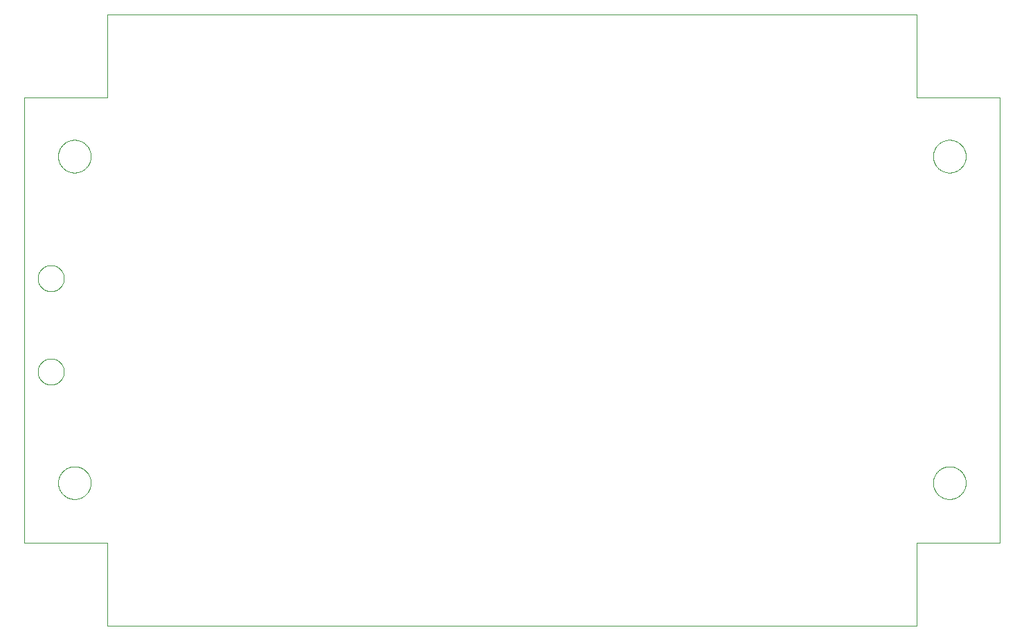
<source format=gko>
G75*
%MOIN*%
%OFA0B0*%
%FSLAX25Y25*%
%IPPOS*%
%LPD*%
%AMOC8*
5,1,8,0,0,1.08239X$1,22.5*
%
%ADD10C,0.00000*%
D10*
X0058493Y0037333D02*
X0447993Y0037333D01*
X0447993Y0077333D01*
X0487993Y0077333D01*
X0487993Y0291833D01*
X0447993Y0291833D01*
X0447993Y0331833D01*
X0058493Y0331833D01*
X0058493Y0291833D01*
X0018493Y0291833D01*
X0018493Y0077333D01*
X0058493Y0077333D01*
X0058493Y0037333D01*
X0034740Y0106233D02*
X0034742Y0106426D01*
X0034749Y0106619D01*
X0034761Y0106812D01*
X0034778Y0107005D01*
X0034799Y0107197D01*
X0034825Y0107388D01*
X0034856Y0107579D01*
X0034891Y0107769D01*
X0034931Y0107958D01*
X0034976Y0108146D01*
X0035025Y0108333D01*
X0035079Y0108519D01*
X0035137Y0108703D01*
X0035200Y0108886D01*
X0035268Y0109067D01*
X0035339Y0109246D01*
X0035416Y0109424D01*
X0035496Y0109600D01*
X0035581Y0109773D01*
X0035670Y0109945D01*
X0035763Y0110114D01*
X0035860Y0110281D01*
X0035962Y0110446D01*
X0036067Y0110608D01*
X0036176Y0110767D01*
X0036290Y0110924D01*
X0036407Y0111077D01*
X0036527Y0111228D01*
X0036652Y0111376D01*
X0036780Y0111521D01*
X0036911Y0111662D01*
X0037046Y0111801D01*
X0037185Y0111936D01*
X0037326Y0112067D01*
X0037471Y0112195D01*
X0037619Y0112320D01*
X0037770Y0112440D01*
X0037923Y0112557D01*
X0038080Y0112671D01*
X0038239Y0112780D01*
X0038401Y0112885D01*
X0038566Y0112987D01*
X0038733Y0113084D01*
X0038902Y0113177D01*
X0039074Y0113266D01*
X0039247Y0113351D01*
X0039423Y0113431D01*
X0039601Y0113508D01*
X0039780Y0113579D01*
X0039961Y0113647D01*
X0040144Y0113710D01*
X0040328Y0113768D01*
X0040514Y0113822D01*
X0040701Y0113871D01*
X0040889Y0113916D01*
X0041078Y0113956D01*
X0041268Y0113991D01*
X0041459Y0114022D01*
X0041650Y0114048D01*
X0041842Y0114069D01*
X0042035Y0114086D01*
X0042228Y0114098D01*
X0042421Y0114105D01*
X0042614Y0114107D01*
X0042807Y0114105D01*
X0043000Y0114098D01*
X0043193Y0114086D01*
X0043386Y0114069D01*
X0043578Y0114048D01*
X0043769Y0114022D01*
X0043960Y0113991D01*
X0044150Y0113956D01*
X0044339Y0113916D01*
X0044527Y0113871D01*
X0044714Y0113822D01*
X0044900Y0113768D01*
X0045084Y0113710D01*
X0045267Y0113647D01*
X0045448Y0113579D01*
X0045627Y0113508D01*
X0045805Y0113431D01*
X0045981Y0113351D01*
X0046154Y0113266D01*
X0046326Y0113177D01*
X0046495Y0113084D01*
X0046662Y0112987D01*
X0046827Y0112885D01*
X0046989Y0112780D01*
X0047148Y0112671D01*
X0047305Y0112557D01*
X0047458Y0112440D01*
X0047609Y0112320D01*
X0047757Y0112195D01*
X0047902Y0112067D01*
X0048043Y0111936D01*
X0048182Y0111801D01*
X0048317Y0111662D01*
X0048448Y0111521D01*
X0048576Y0111376D01*
X0048701Y0111228D01*
X0048821Y0111077D01*
X0048938Y0110924D01*
X0049052Y0110767D01*
X0049161Y0110608D01*
X0049266Y0110446D01*
X0049368Y0110281D01*
X0049465Y0110114D01*
X0049558Y0109945D01*
X0049647Y0109773D01*
X0049732Y0109600D01*
X0049812Y0109424D01*
X0049889Y0109246D01*
X0049960Y0109067D01*
X0050028Y0108886D01*
X0050091Y0108703D01*
X0050149Y0108519D01*
X0050203Y0108333D01*
X0050252Y0108146D01*
X0050297Y0107958D01*
X0050337Y0107769D01*
X0050372Y0107579D01*
X0050403Y0107388D01*
X0050429Y0107197D01*
X0050450Y0107005D01*
X0050467Y0106812D01*
X0050479Y0106619D01*
X0050486Y0106426D01*
X0050488Y0106233D01*
X0050486Y0106040D01*
X0050479Y0105847D01*
X0050467Y0105654D01*
X0050450Y0105461D01*
X0050429Y0105269D01*
X0050403Y0105078D01*
X0050372Y0104887D01*
X0050337Y0104697D01*
X0050297Y0104508D01*
X0050252Y0104320D01*
X0050203Y0104133D01*
X0050149Y0103947D01*
X0050091Y0103763D01*
X0050028Y0103580D01*
X0049960Y0103399D01*
X0049889Y0103220D01*
X0049812Y0103042D01*
X0049732Y0102866D01*
X0049647Y0102693D01*
X0049558Y0102521D01*
X0049465Y0102352D01*
X0049368Y0102185D01*
X0049266Y0102020D01*
X0049161Y0101858D01*
X0049052Y0101699D01*
X0048938Y0101542D01*
X0048821Y0101389D01*
X0048701Y0101238D01*
X0048576Y0101090D01*
X0048448Y0100945D01*
X0048317Y0100804D01*
X0048182Y0100665D01*
X0048043Y0100530D01*
X0047902Y0100399D01*
X0047757Y0100271D01*
X0047609Y0100146D01*
X0047458Y0100026D01*
X0047305Y0099909D01*
X0047148Y0099795D01*
X0046989Y0099686D01*
X0046827Y0099581D01*
X0046662Y0099479D01*
X0046495Y0099382D01*
X0046326Y0099289D01*
X0046154Y0099200D01*
X0045981Y0099115D01*
X0045805Y0099035D01*
X0045627Y0098958D01*
X0045448Y0098887D01*
X0045267Y0098819D01*
X0045084Y0098756D01*
X0044900Y0098698D01*
X0044714Y0098644D01*
X0044527Y0098595D01*
X0044339Y0098550D01*
X0044150Y0098510D01*
X0043960Y0098475D01*
X0043769Y0098444D01*
X0043578Y0098418D01*
X0043386Y0098397D01*
X0043193Y0098380D01*
X0043000Y0098368D01*
X0042807Y0098361D01*
X0042614Y0098359D01*
X0042421Y0098361D01*
X0042228Y0098368D01*
X0042035Y0098380D01*
X0041842Y0098397D01*
X0041650Y0098418D01*
X0041459Y0098444D01*
X0041268Y0098475D01*
X0041078Y0098510D01*
X0040889Y0098550D01*
X0040701Y0098595D01*
X0040514Y0098644D01*
X0040328Y0098698D01*
X0040144Y0098756D01*
X0039961Y0098819D01*
X0039780Y0098887D01*
X0039601Y0098958D01*
X0039423Y0099035D01*
X0039247Y0099115D01*
X0039074Y0099200D01*
X0038902Y0099289D01*
X0038733Y0099382D01*
X0038566Y0099479D01*
X0038401Y0099581D01*
X0038239Y0099686D01*
X0038080Y0099795D01*
X0037923Y0099909D01*
X0037770Y0100026D01*
X0037619Y0100146D01*
X0037471Y0100271D01*
X0037326Y0100399D01*
X0037185Y0100530D01*
X0037046Y0100665D01*
X0036911Y0100804D01*
X0036780Y0100945D01*
X0036652Y0101090D01*
X0036527Y0101238D01*
X0036407Y0101389D01*
X0036290Y0101542D01*
X0036176Y0101699D01*
X0036067Y0101858D01*
X0035962Y0102020D01*
X0035860Y0102185D01*
X0035763Y0102352D01*
X0035670Y0102521D01*
X0035581Y0102693D01*
X0035496Y0102866D01*
X0035416Y0103042D01*
X0035339Y0103220D01*
X0035268Y0103399D01*
X0035200Y0103580D01*
X0035137Y0103763D01*
X0035079Y0103947D01*
X0035025Y0104133D01*
X0034976Y0104320D01*
X0034931Y0104508D01*
X0034891Y0104697D01*
X0034856Y0104887D01*
X0034825Y0105078D01*
X0034799Y0105269D01*
X0034778Y0105461D01*
X0034761Y0105654D01*
X0034749Y0105847D01*
X0034742Y0106040D01*
X0034740Y0106233D01*
X0024951Y0159815D02*
X0024953Y0159973D01*
X0024959Y0160131D01*
X0024969Y0160289D01*
X0024983Y0160447D01*
X0025001Y0160604D01*
X0025022Y0160761D01*
X0025048Y0160917D01*
X0025078Y0161073D01*
X0025111Y0161228D01*
X0025149Y0161381D01*
X0025190Y0161534D01*
X0025235Y0161686D01*
X0025284Y0161837D01*
X0025337Y0161986D01*
X0025393Y0162134D01*
X0025453Y0162280D01*
X0025517Y0162425D01*
X0025585Y0162568D01*
X0025656Y0162710D01*
X0025730Y0162850D01*
X0025808Y0162987D01*
X0025890Y0163123D01*
X0025974Y0163257D01*
X0026063Y0163388D01*
X0026154Y0163517D01*
X0026249Y0163644D01*
X0026346Y0163769D01*
X0026447Y0163891D01*
X0026551Y0164010D01*
X0026658Y0164127D01*
X0026768Y0164241D01*
X0026881Y0164352D01*
X0026996Y0164461D01*
X0027114Y0164566D01*
X0027235Y0164668D01*
X0027358Y0164768D01*
X0027484Y0164864D01*
X0027612Y0164957D01*
X0027742Y0165047D01*
X0027875Y0165133D01*
X0028010Y0165217D01*
X0028146Y0165296D01*
X0028285Y0165373D01*
X0028426Y0165445D01*
X0028568Y0165515D01*
X0028712Y0165580D01*
X0028858Y0165642D01*
X0029005Y0165700D01*
X0029154Y0165755D01*
X0029304Y0165806D01*
X0029455Y0165853D01*
X0029607Y0165896D01*
X0029760Y0165935D01*
X0029915Y0165971D01*
X0030070Y0166002D01*
X0030226Y0166030D01*
X0030382Y0166054D01*
X0030539Y0166074D01*
X0030697Y0166090D01*
X0030854Y0166102D01*
X0031013Y0166110D01*
X0031171Y0166114D01*
X0031329Y0166114D01*
X0031487Y0166110D01*
X0031646Y0166102D01*
X0031803Y0166090D01*
X0031961Y0166074D01*
X0032118Y0166054D01*
X0032274Y0166030D01*
X0032430Y0166002D01*
X0032585Y0165971D01*
X0032740Y0165935D01*
X0032893Y0165896D01*
X0033045Y0165853D01*
X0033196Y0165806D01*
X0033346Y0165755D01*
X0033495Y0165700D01*
X0033642Y0165642D01*
X0033788Y0165580D01*
X0033932Y0165515D01*
X0034074Y0165445D01*
X0034215Y0165373D01*
X0034354Y0165296D01*
X0034490Y0165217D01*
X0034625Y0165133D01*
X0034758Y0165047D01*
X0034888Y0164957D01*
X0035016Y0164864D01*
X0035142Y0164768D01*
X0035265Y0164668D01*
X0035386Y0164566D01*
X0035504Y0164461D01*
X0035619Y0164352D01*
X0035732Y0164241D01*
X0035842Y0164127D01*
X0035949Y0164010D01*
X0036053Y0163891D01*
X0036154Y0163769D01*
X0036251Y0163644D01*
X0036346Y0163517D01*
X0036437Y0163388D01*
X0036526Y0163257D01*
X0036610Y0163123D01*
X0036692Y0162987D01*
X0036770Y0162850D01*
X0036844Y0162710D01*
X0036915Y0162568D01*
X0036983Y0162425D01*
X0037047Y0162280D01*
X0037107Y0162134D01*
X0037163Y0161986D01*
X0037216Y0161837D01*
X0037265Y0161686D01*
X0037310Y0161534D01*
X0037351Y0161381D01*
X0037389Y0161228D01*
X0037422Y0161073D01*
X0037452Y0160917D01*
X0037478Y0160761D01*
X0037499Y0160604D01*
X0037517Y0160447D01*
X0037531Y0160289D01*
X0037541Y0160131D01*
X0037547Y0159973D01*
X0037549Y0159815D01*
X0037547Y0159657D01*
X0037541Y0159499D01*
X0037531Y0159341D01*
X0037517Y0159183D01*
X0037499Y0159026D01*
X0037478Y0158869D01*
X0037452Y0158713D01*
X0037422Y0158557D01*
X0037389Y0158402D01*
X0037351Y0158249D01*
X0037310Y0158096D01*
X0037265Y0157944D01*
X0037216Y0157793D01*
X0037163Y0157644D01*
X0037107Y0157496D01*
X0037047Y0157350D01*
X0036983Y0157205D01*
X0036915Y0157062D01*
X0036844Y0156920D01*
X0036770Y0156780D01*
X0036692Y0156643D01*
X0036610Y0156507D01*
X0036526Y0156373D01*
X0036437Y0156242D01*
X0036346Y0156113D01*
X0036251Y0155986D01*
X0036154Y0155861D01*
X0036053Y0155739D01*
X0035949Y0155620D01*
X0035842Y0155503D01*
X0035732Y0155389D01*
X0035619Y0155278D01*
X0035504Y0155169D01*
X0035386Y0155064D01*
X0035265Y0154962D01*
X0035142Y0154862D01*
X0035016Y0154766D01*
X0034888Y0154673D01*
X0034758Y0154583D01*
X0034625Y0154497D01*
X0034490Y0154413D01*
X0034354Y0154334D01*
X0034215Y0154257D01*
X0034074Y0154185D01*
X0033932Y0154115D01*
X0033788Y0154050D01*
X0033642Y0153988D01*
X0033495Y0153930D01*
X0033346Y0153875D01*
X0033196Y0153824D01*
X0033045Y0153777D01*
X0032893Y0153734D01*
X0032740Y0153695D01*
X0032585Y0153659D01*
X0032430Y0153628D01*
X0032274Y0153600D01*
X0032118Y0153576D01*
X0031961Y0153556D01*
X0031803Y0153540D01*
X0031646Y0153528D01*
X0031487Y0153520D01*
X0031329Y0153516D01*
X0031171Y0153516D01*
X0031013Y0153520D01*
X0030854Y0153528D01*
X0030697Y0153540D01*
X0030539Y0153556D01*
X0030382Y0153576D01*
X0030226Y0153600D01*
X0030070Y0153628D01*
X0029915Y0153659D01*
X0029760Y0153695D01*
X0029607Y0153734D01*
X0029455Y0153777D01*
X0029304Y0153824D01*
X0029154Y0153875D01*
X0029005Y0153930D01*
X0028858Y0153988D01*
X0028712Y0154050D01*
X0028568Y0154115D01*
X0028426Y0154185D01*
X0028285Y0154257D01*
X0028146Y0154334D01*
X0028010Y0154413D01*
X0027875Y0154497D01*
X0027742Y0154583D01*
X0027612Y0154673D01*
X0027484Y0154766D01*
X0027358Y0154862D01*
X0027235Y0154962D01*
X0027114Y0155064D01*
X0026996Y0155169D01*
X0026881Y0155278D01*
X0026768Y0155389D01*
X0026658Y0155503D01*
X0026551Y0155620D01*
X0026447Y0155739D01*
X0026346Y0155861D01*
X0026249Y0155986D01*
X0026154Y0156113D01*
X0026063Y0156242D01*
X0025974Y0156373D01*
X0025890Y0156507D01*
X0025808Y0156643D01*
X0025730Y0156780D01*
X0025656Y0156920D01*
X0025585Y0157062D01*
X0025517Y0157205D01*
X0025453Y0157350D01*
X0025393Y0157496D01*
X0025337Y0157644D01*
X0025284Y0157793D01*
X0025235Y0157944D01*
X0025190Y0158096D01*
X0025149Y0158249D01*
X0025111Y0158402D01*
X0025078Y0158557D01*
X0025048Y0158713D01*
X0025022Y0158869D01*
X0025001Y0159026D01*
X0024983Y0159183D01*
X0024969Y0159341D01*
X0024959Y0159499D01*
X0024953Y0159657D01*
X0024951Y0159815D01*
X0024951Y0204815D02*
X0024953Y0204973D01*
X0024959Y0205131D01*
X0024969Y0205289D01*
X0024983Y0205447D01*
X0025001Y0205604D01*
X0025022Y0205761D01*
X0025048Y0205917D01*
X0025078Y0206073D01*
X0025111Y0206228D01*
X0025149Y0206381D01*
X0025190Y0206534D01*
X0025235Y0206686D01*
X0025284Y0206837D01*
X0025337Y0206986D01*
X0025393Y0207134D01*
X0025453Y0207280D01*
X0025517Y0207425D01*
X0025585Y0207568D01*
X0025656Y0207710D01*
X0025730Y0207850D01*
X0025808Y0207987D01*
X0025890Y0208123D01*
X0025974Y0208257D01*
X0026063Y0208388D01*
X0026154Y0208517D01*
X0026249Y0208644D01*
X0026346Y0208769D01*
X0026447Y0208891D01*
X0026551Y0209010D01*
X0026658Y0209127D01*
X0026768Y0209241D01*
X0026881Y0209352D01*
X0026996Y0209461D01*
X0027114Y0209566D01*
X0027235Y0209668D01*
X0027358Y0209768D01*
X0027484Y0209864D01*
X0027612Y0209957D01*
X0027742Y0210047D01*
X0027875Y0210133D01*
X0028010Y0210217D01*
X0028146Y0210296D01*
X0028285Y0210373D01*
X0028426Y0210445D01*
X0028568Y0210515D01*
X0028712Y0210580D01*
X0028858Y0210642D01*
X0029005Y0210700D01*
X0029154Y0210755D01*
X0029304Y0210806D01*
X0029455Y0210853D01*
X0029607Y0210896D01*
X0029760Y0210935D01*
X0029915Y0210971D01*
X0030070Y0211002D01*
X0030226Y0211030D01*
X0030382Y0211054D01*
X0030539Y0211074D01*
X0030697Y0211090D01*
X0030854Y0211102D01*
X0031013Y0211110D01*
X0031171Y0211114D01*
X0031329Y0211114D01*
X0031487Y0211110D01*
X0031646Y0211102D01*
X0031803Y0211090D01*
X0031961Y0211074D01*
X0032118Y0211054D01*
X0032274Y0211030D01*
X0032430Y0211002D01*
X0032585Y0210971D01*
X0032740Y0210935D01*
X0032893Y0210896D01*
X0033045Y0210853D01*
X0033196Y0210806D01*
X0033346Y0210755D01*
X0033495Y0210700D01*
X0033642Y0210642D01*
X0033788Y0210580D01*
X0033932Y0210515D01*
X0034074Y0210445D01*
X0034215Y0210373D01*
X0034354Y0210296D01*
X0034490Y0210217D01*
X0034625Y0210133D01*
X0034758Y0210047D01*
X0034888Y0209957D01*
X0035016Y0209864D01*
X0035142Y0209768D01*
X0035265Y0209668D01*
X0035386Y0209566D01*
X0035504Y0209461D01*
X0035619Y0209352D01*
X0035732Y0209241D01*
X0035842Y0209127D01*
X0035949Y0209010D01*
X0036053Y0208891D01*
X0036154Y0208769D01*
X0036251Y0208644D01*
X0036346Y0208517D01*
X0036437Y0208388D01*
X0036526Y0208257D01*
X0036610Y0208123D01*
X0036692Y0207987D01*
X0036770Y0207850D01*
X0036844Y0207710D01*
X0036915Y0207568D01*
X0036983Y0207425D01*
X0037047Y0207280D01*
X0037107Y0207134D01*
X0037163Y0206986D01*
X0037216Y0206837D01*
X0037265Y0206686D01*
X0037310Y0206534D01*
X0037351Y0206381D01*
X0037389Y0206228D01*
X0037422Y0206073D01*
X0037452Y0205917D01*
X0037478Y0205761D01*
X0037499Y0205604D01*
X0037517Y0205447D01*
X0037531Y0205289D01*
X0037541Y0205131D01*
X0037547Y0204973D01*
X0037549Y0204815D01*
X0037547Y0204657D01*
X0037541Y0204499D01*
X0037531Y0204341D01*
X0037517Y0204183D01*
X0037499Y0204026D01*
X0037478Y0203869D01*
X0037452Y0203713D01*
X0037422Y0203557D01*
X0037389Y0203402D01*
X0037351Y0203249D01*
X0037310Y0203096D01*
X0037265Y0202944D01*
X0037216Y0202793D01*
X0037163Y0202644D01*
X0037107Y0202496D01*
X0037047Y0202350D01*
X0036983Y0202205D01*
X0036915Y0202062D01*
X0036844Y0201920D01*
X0036770Y0201780D01*
X0036692Y0201643D01*
X0036610Y0201507D01*
X0036526Y0201373D01*
X0036437Y0201242D01*
X0036346Y0201113D01*
X0036251Y0200986D01*
X0036154Y0200861D01*
X0036053Y0200739D01*
X0035949Y0200620D01*
X0035842Y0200503D01*
X0035732Y0200389D01*
X0035619Y0200278D01*
X0035504Y0200169D01*
X0035386Y0200064D01*
X0035265Y0199962D01*
X0035142Y0199862D01*
X0035016Y0199766D01*
X0034888Y0199673D01*
X0034758Y0199583D01*
X0034625Y0199497D01*
X0034490Y0199413D01*
X0034354Y0199334D01*
X0034215Y0199257D01*
X0034074Y0199185D01*
X0033932Y0199115D01*
X0033788Y0199050D01*
X0033642Y0198988D01*
X0033495Y0198930D01*
X0033346Y0198875D01*
X0033196Y0198824D01*
X0033045Y0198777D01*
X0032893Y0198734D01*
X0032740Y0198695D01*
X0032585Y0198659D01*
X0032430Y0198628D01*
X0032274Y0198600D01*
X0032118Y0198576D01*
X0031961Y0198556D01*
X0031803Y0198540D01*
X0031646Y0198528D01*
X0031487Y0198520D01*
X0031329Y0198516D01*
X0031171Y0198516D01*
X0031013Y0198520D01*
X0030854Y0198528D01*
X0030697Y0198540D01*
X0030539Y0198556D01*
X0030382Y0198576D01*
X0030226Y0198600D01*
X0030070Y0198628D01*
X0029915Y0198659D01*
X0029760Y0198695D01*
X0029607Y0198734D01*
X0029455Y0198777D01*
X0029304Y0198824D01*
X0029154Y0198875D01*
X0029005Y0198930D01*
X0028858Y0198988D01*
X0028712Y0199050D01*
X0028568Y0199115D01*
X0028426Y0199185D01*
X0028285Y0199257D01*
X0028146Y0199334D01*
X0028010Y0199413D01*
X0027875Y0199497D01*
X0027742Y0199583D01*
X0027612Y0199673D01*
X0027484Y0199766D01*
X0027358Y0199862D01*
X0027235Y0199962D01*
X0027114Y0200064D01*
X0026996Y0200169D01*
X0026881Y0200278D01*
X0026768Y0200389D01*
X0026658Y0200503D01*
X0026551Y0200620D01*
X0026447Y0200739D01*
X0026346Y0200861D01*
X0026249Y0200986D01*
X0026154Y0201113D01*
X0026063Y0201242D01*
X0025974Y0201373D01*
X0025890Y0201507D01*
X0025808Y0201643D01*
X0025730Y0201780D01*
X0025656Y0201920D01*
X0025585Y0202062D01*
X0025517Y0202205D01*
X0025453Y0202350D01*
X0025393Y0202496D01*
X0025337Y0202644D01*
X0025284Y0202793D01*
X0025235Y0202944D01*
X0025190Y0203096D01*
X0025149Y0203249D01*
X0025111Y0203402D01*
X0025078Y0203557D01*
X0025048Y0203713D01*
X0025022Y0203869D01*
X0025001Y0204026D01*
X0024983Y0204183D01*
X0024969Y0204341D01*
X0024959Y0204499D01*
X0024953Y0204657D01*
X0024951Y0204815D01*
X0034740Y0263633D02*
X0034742Y0263826D01*
X0034749Y0264019D01*
X0034761Y0264212D01*
X0034778Y0264405D01*
X0034799Y0264597D01*
X0034825Y0264788D01*
X0034856Y0264979D01*
X0034891Y0265169D01*
X0034931Y0265358D01*
X0034976Y0265546D01*
X0035025Y0265733D01*
X0035079Y0265919D01*
X0035137Y0266103D01*
X0035200Y0266286D01*
X0035268Y0266467D01*
X0035339Y0266646D01*
X0035416Y0266824D01*
X0035496Y0267000D01*
X0035581Y0267173D01*
X0035670Y0267345D01*
X0035763Y0267514D01*
X0035860Y0267681D01*
X0035962Y0267846D01*
X0036067Y0268008D01*
X0036176Y0268167D01*
X0036290Y0268324D01*
X0036407Y0268477D01*
X0036527Y0268628D01*
X0036652Y0268776D01*
X0036780Y0268921D01*
X0036911Y0269062D01*
X0037046Y0269201D01*
X0037185Y0269336D01*
X0037326Y0269467D01*
X0037471Y0269595D01*
X0037619Y0269720D01*
X0037770Y0269840D01*
X0037923Y0269957D01*
X0038080Y0270071D01*
X0038239Y0270180D01*
X0038401Y0270285D01*
X0038566Y0270387D01*
X0038733Y0270484D01*
X0038902Y0270577D01*
X0039074Y0270666D01*
X0039247Y0270751D01*
X0039423Y0270831D01*
X0039601Y0270908D01*
X0039780Y0270979D01*
X0039961Y0271047D01*
X0040144Y0271110D01*
X0040328Y0271168D01*
X0040514Y0271222D01*
X0040701Y0271271D01*
X0040889Y0271316D01*
X0041078Y0271356D01*
X0041268Y0271391D01*
X0041459Y0271422D01*
X0041650Y0271448D01*
X0041842Y0271469D01*
X0042035Y0271486D01*
X0042228Y0271498D01*
X0042421Y0271505D01*
X0042614Y0271507D01*
X0042807Y0271505D01*
X0043000Y0271498D01*
X0043193Y0271486D01*
X0043386Y0271469D01*
X0043578Y0271448D01*
X0043769Y0271422D01*
X0043960Y0271391D01*
X0044150Y0271356D01*
X0044339Y0271316D01*
X0044527Y0271271D01*
X0044714Y0271222D01*
X0044900Y0271168D01*
X0045084Y0271110D01*
X0045267Y0271047D01*
X0045448Y0270979D01*
X0045627Y0270908D01*
X0045805Y0270831D01*
X0045981Y0270751D01*
X0046154Y0270666D01*
X0046326Y0270577D01*
X0046495Y0270484D01*
X0046662Y0270387D01*
X0046827Y0270285D01*
X0046989Y0270180D01*
X0047148Y0270071D01*
X0047305Y0269957D01*
X0047458Y0269840D01*
X0047609Y0269720D01*
X0047757Y0269595D01*
X0047902Y0269467D01*
X0048043Y0269336D01*
X0048182Y0269201D01*
X0048317Y0269062D01*
X0048448Y0268921D01*
X0048576Y0268776D01*
X0048701Y0268628D01*
X0048821Y0268477D01*
X0048938Y0268324D01*
X0049052Y0268167D01*
X0049161Y0268008D01*
X0049266Y0267846D01*
X0049368Y0267681D01*
X0049465Y0267514D01*
X0049558Y0267345D01*
X0049647Y0267173D01*
X0049732Y0267000D01*
X0049812Y0266824D01*
X0049889Y0266646D01*
X0049960Y0266467D01*
X0050028Y0266286D01*
X0050091Y0266103D01*
X0050149Y0265919D01*
X0050203Y0265733D01*
X0050252Y0265546D01*
X0050297Y0265358D01*
X0050337Y0265169D01*
X0050372Y0264979D01*
X0050403Y0264788D01*
X0050429Y0264597D01*
X0050450Y0264405D01*
X0050467Y0264212D01*
X0050479Y0264019D01*
X0050486Y0263826D01*
X0050488Y0263633D01*
X0050486Y0263440D01*
X0050479Y0263247D01*
X0050467Y0263054D01*
X0050450Y0262861D01*
X0050429Y0262669D01*
X0050403Y0262478D01*
X0050372Y0262287D01*
X0050337Y0262097D01*
X0050297Y0261908D01*
X0050252Y0261720D01*
X0050203Y0261533D01*
X0050149Y0261347D01*
X0050091Y0261163D01*
X0050028Y0260980D01*
X0049960Y0260799D01*
X0049889Y0260620D01*
X0049812Y0260442D01*
X0049732Y0260266D01*
X0049647Y0260093D01*
X0049558Y0259921D01*
X0049465Y0259752D01*
X0049368Y0259585D01*
X0049266Y0259420D01*
X0049161Y0259258D01*
X0049052Y0259099D01*
X0048938Y0258942D01*
X0048821Y0258789D01*
X0048701Y0258638D01*
X0048576Y0258490D01*
X0048448Y0258345D01*
X0048317Y0258204D01*
X0048182Y0258065D01*
X0048043Y0257930D01*
X0047902Y0257799D01*
X0047757Y0257671D01*
X0047609Y0257546D01*
X0047458Y0257426D01*
X0047305Y0257309D01*
X0047148Y0257195D01*
X0046989Y0257086D01*
X0046827Y0256981D01*
X0046662Y0256879D01*
X0046495Y0256782D01*
X0046326Y0256689D01*
X0046154Y0256600D01*
X0045981Y0256515D01*
X0045805Y0256435D01*
X0045627Y0256358D01*
X0045448Y0256287D01*
X0045267Y0256219D01*
X0045084Y0256156D01*
X0044900Y0256098D01*
X0044714Y0256044D01*
X0044527Y0255995D01*
X0044339Y0255950D01*
X0044150Y0255910D01*
X0043960Y0255875D01*
X0043769Y0255844D01*
X0043578Y0255818D01*
X0043386Y0255797D01*
X0043193Y0255780D01*
X0043000Y0255768D01*
X0042807Y0255761D01*
X0042614Y0255759D01*
X0042421Y0255761D01*
X0042228Y0255768D01*
X0042035Y0255780D01*
X0041842Y0255797D01*
X0041650Y0255818D01*
X0041459Y0255844D01*
X0041268Y0255875D01*
X0041078Y0255910D01*
X0040889Y0255950D01*
X0040701Y0255995D01*
X0040514Y0256044D01*
X0040328Y0256098D01*
X0040144Y0256156D01*
X0039961Y0256219D01*
X0039780Y0256287D01*
X0039601Y0256358D01*
X0039423Y0256435D01*
X0039247Y0256515D01*
X0039074Y0256600D01*
X0038902Y0256689D01*
X0038733Y0256782D01*
X0038566Y0256879D01*
X0038401Y0256981D01*
X0038239Y0257086D01*
X0038080Y0257195D01*
X0037923Y0257309D01*
X0037770Y0257426D01*
X0037619Y0257546D01*
X0037471Y0257671D01*
X0037326Y0257799D01*
X0037185Y0257930D01*
X0037046Y0258065D01*
X0036911Y0258204D01*
X0036780Y0258345D01*
X0036652Y0258490D01*
X0036527Y0258638D01*
X0036407Y0258789D01*
X0036290Y0258942D01*
X0036176Y0259099D01*
X0036067Y0259258D01*
X0035962Y0259420D01*
X0035860Y0259585D01*
X0035763Y0259752D01*
X0035670Y0259921D01*
X0035581Y0260093D01*
X0035496Y0260266D01*
X0035416Y0260442D01*
X0035339Y0260620D01*
X0035268Y0260799D01*
X0035200Y0260980D01*
X0035137Y0261163D01*
X0035079Y0261347D01*
X0035025Y0261533D01*
X0034976Y0261720D01*
X0034931Y0261908D01*
X0034891Y0262097D01*
X0034856Y0262287D01*
X0034825Y0262478D01*
X0034799Y0262669D01*
X0034778Y0262861D01*
X0034761Y0263054D01*
X0034749Y0263247D01*
X0034742Y0263440D01*
X0034740Y0263633D01*
X0456000Y0263633D02*
X0456002Y0263826D01*
X0456009Y0264019D01*
X0456021Y0264212D01*
X0456038Y0264405D01*
X0456059Y0264597D01*
X0456085Y0264788D01*
X0456116Y0264979D01*
X0456151Y0265169D01*
X0456191Y0265358D01*
X0456236Y0265546D01*
X0456285Y0265733D01*
X0456339Y0265919D01*
X0456397Y0266103D01*
X0456460Y0266286D01*
X0456528Y0266467D01*
X0456599Y0266646D01*
X0456676Y0266824D01*
X0456756Y0267000D01*
X0456841Y0267173D01*
X0456930Y0267345D01*
X0457023Y0267514D01*
X0457120Y0267681D01*
X0457222Y0267846D01*
X0457327Y0268008D01*
X0457436Y0268167D01*
X0457550Y0268324D01*
X0457667Y0268477D01*
X0457787Y0268628D01*
X0457912Y0268776D01*
X0458040Y0268921D01*
X0458171Y0269062D01*
X0458306Y0269201D01*
X0458445Y0269336D01*
X0458586Y0269467D01*
X0458731Y0269595D01*
X0458879Y0269720D01*
X0459030Y0269840D01*
X0459183Y0269957D01*
X0459340Y0270071D01*
X0459499Y0270180D01*
X0459661Y0270285D01*
X0459826Y0270387D01*
X0459993Y0270484D01*
X0460162Y0270577D01*
X0460334Y0270666D01*
X0460507Y0270751D01*
X0460683Y0270831D01*
X0460861Y0270908D01*
X0461040Y0270979D01*
X0461221Y0271047D01*
X0461404Y0271110D01*
X0461588Y0271168D01*
X0461774Y0271222D01*
X0461961Y0271271D01*
X0462149Y0271316D01*
X0462338Y0271356D01*
X0462528Y0271391D01*
X0462719Y0271422D01*
X0462910Y0271448D01*
X0463102Y0271469D01*
X0463295Y0271486D01*
X0463488Y0271498D01*
X0463681Y0271505D01*
X0463874Y0271507D01*
X0464067Y0271505D01*
X0464260Y0271498D01*
X0464453Y0271486D01*
X0464646Y0271469D01*
X0464838Y0271448D01*
X0465029Y0271422D01*
X0465220Y0271391D01*
X0465410Y0271356D01*
X0465599Y0271316D01*
X0465787Y0271271D01*
X0465974Y0271222D01*
X0466160Y0271168D01*
X0466344Y0271110D01*
X0466527Y0271047D01*
X0466708Y0270979D01*
X0466887Y0270908D01*
X0467065Y0270831D01*
X0467241Y0270751D01*
X0467414Y0270666D01*
X0467586Y0270577D01*
X0467755Y0270484D01*
X0467922Y0270387D01*
X0468087Y0270285D01*
X0468249Y0270180D01*
X0468408Y0270071D01*
X0468565Y0269957D01*
X0468718Y0269840D01*
X0468869Y0269720D01*
X0469017Y0269595D01*
X0469162Y0269467D01*
X0469303Y0269336D01*
X0469442Y0269201D01*
X0469577Y0269062D01*
X0469708Y0268921D01*
X0469836Y0268776D01*
X0469961Y0268628D01*
X0470081Y0268477D01*
X0470198Y0268324D01*
X0470312Y0268167D01*
X0470421Y0268008D01*
X0470526Y0267846D01*
X0470628Y0267681D01*
X0470725Y0267514D01*
X0470818Y0267345D01*
X0470907Y0267173D01*
X0470992Y0267000D01*
X0471072Y0266824D01*
X0471149Y0266646D01*
X0471220Y0266467D01*
X0471288Y0266286D01*
X0471351Y0266103D01*
X0471409Y0265919D01*
X0471463Y0265733D01*
X0471512Y0265546D01*
X0471557Y0265358D01*
X0471597Y0265169D01*
X0471632Y0264979D01*
X0471663Y0264788D01*
X0471689Y0264597D01*
X0471710Y0264405D01*
X0471727Y0264212D01*
X0471739Y0264019D01*
X0471746Y0263826D01*
X0471748Y0263633D01*
X0471746Y0263440D01*
X0471739Y0263247D01*
X0471727Y0263054D01*
X0471710Y0262861D01*
X0471689Y0262669D01*
X0471663Y0262478D01*
X0471632Y0262287D01*
X0471597Y0262097D01*
X0471557Y0261908D01*
X0471512Y0261720D01*
X0471463Y0261533D01*
X0471409Y0261347D01*
X0471351Y0261163D01*
X0471288Y0260980D01*
X0471220Y0260799D01*
X0471149Y0260620D01*
X0471072Y0260442D01*
X0470992Y0260266D01*
X0470907Y0260093D01*
X0470818Y0259921D01*
X0470725Y0259752D01*
X0470628Y0259585D01*
X0470526Y0259420D01*
X0470421Y0259258D01*
X0470312Y0259099D01*
X0470198Y0258942D01*
X0470081Y0258789D01*
X0469961Y0258638D01*
X0469836Y0258490D01*
X0469708Y0258345D01*
X0469577Y0258204D01*
X0469442Y0258065D01*
X0469303Y0257930D01*
X0469162Y0257799D01*
X0469017Y0257671D01*
X0468869Y0257546D01*
X0468718Y0257426D01*
X0468565Y0257309D01*
X0468408Y0257195D01*
X0468249Y0257086D01*
X0468087Y0256981D01*
X0467922Y0256879D01*
X0467755Y0256782D01*
X0467586Y0256689D01*
X0467414Y0256600D01*
X0467241Y0256515D01*
X0467065Y0256435D01*
X0466887Y0256358D01*
X0466708Y0256287D01*
X0466527Y0256219D01*
X0466344Y0256156D01*
X0466160Y0256098D01*
X0465974Y0256044D01*
X0465787Y0255995D01*
X0465599Y0255950D01*
X0465410Y0255910D01*
X0465220Y0255875D01*
X0465029Y0255844D01*
X0464838Y0255818D01*
X0464646Y0255797D01*
X0464453Y0255780D01*
X0464260Y0255768D01*
X0464067Y0255761D01*
X0463874Y0255759D01*
X0463681Y0255761D01*
X0463488Y0255768D01*
X0463295Y0255780D01*
X0463102Y0255797D01*
X0462910Y0255818D01*
X0462719Y0255844D01*
X0462528Y0255875D01*
X0462338Y0255910D01*
X0462149Y0255950D01*
X0461961Y0255995D01*
X0461774Y0256044D01*
X0461588Y0256098D01*
X0461404Y0256156D01*
X0461221Y0256219D01*
X0461040Y0256287D01*
X0460861Y0256358D01*
X0460683Y0256435D01*
X0460507Y0256515D01*
X0460334Y0256600D01*
X0460162Y0256689D01*
X0459993Y0256782D01*
X0459826Y0256879D01*
X0459661Y0256981D01*
X0459499Y0257086D01*
X0459340Y0257195D01*
X0459183Y0257309D01*
X0459030Y0257426D01*
X0458879Y0257546D01*
X0458731Y0257671D01*
X0458586Y0257799D01*
X0458445Y0257930D01*
X0458306Y0258065D01*
X0458171Y0258204D01*
X0458040Y0258345D01*
X0457912Y0258490D01*
X0457787Y0258638D01*
X0457667Y0258789D01*
X0457550Y0258942D01*
X0457436Y0259099D01*
X0457327Y0259258D01*
X0457222Y0259420D01*
X0457120Y0259585D01*
X0457023Y0259752D01*
X0456930Y0259921D01*
X0456841Y0260093D01*
X0456756Y0260266D01*
X0456676Y0260442D01*
X0456599Y0260620D01*
X0456528Y0260799D01*
X0456460Y0260980D01*
X0456397Y0261163D01*
X0456339Y0261347D01*
X0456285Y0261533D01*
X0456236Y0261720D01*
X0456191Y0261908D01*
X0456151Y0262097D01*
X0456116Y0262287D01*
X0456085Y0262478D01*
X0456059Y0262669D01*
X0456038Y0262861D01*
X0456021Y0263054D01*
X0456009Y0263247D01*
X0456002Y0263440D01*
X0456000Y0263633D01*
X0456000Y0106233D02*
X0456002Y0106426D01*
X0456009Y0106619D01*
X0456021Y0106812D01*
X0456038Y0107005D01*
X0456059Y0107197D01*
X0456085Y0107388D01*
X0456116Y0107579D01*
X0456151Y0107769D01*
X0456191Y0107958D01*
X0456236Y0108146D01*
X0456285Y0108333D01*
X0456339Y0108519D01*
X0456397Y0108703D01*
X0456460Y0108886D01*
X0456528Y0109067D01*
X0456599Y0109246D01*
X0456676Y0109424D01*
X0456756Y0109600D01*
X0456841Y0109773D01*
X0456930Y0109945D01*
X0457023Y0110114D01*
X0457120Y0110281D01*
X0457222Y0110446D01*
X0457327Y0110608D01*
X0457436Y0110767D01*
X0457550Y0110924D01*
X0457667Y0111077D01*
X0457787Y0111228D01*
X0457912Y0111376D01*
X0458040Y0111521D01*
X0458171Y0111662D01*
X0458306Y0111801D01*
X0458445Y0111936D01*
X0458586Y0112067D01*
X0458731Y0112195D01*
X0458879Y0112320D01*
X0459030Y0112440D01*
X0459183Y0112557D01*
X0459340Y0112671D01*
X0459499Y0112780D01*
X0459661Y0112885D01*
X0459826Y0112987D01*
X0459993Y0113084D01*
X0460162Y0113177D01*
X0460334Y0113266D01*
X0460507Y0113351D01*
X0460683Y0113431D01*
X0460861Y0113508D01*
X0461040Y0113579D01*
X0461221Y0113647D01*
X0461404Y0113710D01*
X0461588Y0113768D01*
X0461774Y0113822D01*
X0461961Y0113871D01*
X0462149Y0113916D01*
X0462338Y0113956D01*
X0462528Y0113991D01*
X0462719Y0114022D01*
X0462910Y0114048D01*
X0463102Y0114069D01*
X0463295Y0114086D01*
X0463488Y0114098D01*
X0463681Y0114105D01*
X0463874Y0114107D01*
X0464067Y0114105D01*
X0464260Y0114098D01*
X0464453Y0114086D01*
X0464646Y0114069D01*
X0464838Y0114048D01*
X0465029Y0114022D01*
X0465220Y0113991D01*
X0465410Y0113956D01*
X0465599Y0113916D01*
X0465787Y0113871D01*
X0465974Y0113822D01*
X0466160Y0113768D01*
X0466344Y0113710D01*
X0466527Y0113647D01*
X0466708Y0113579D01*
X0466887Y0113508D01*
X0467065Y0113431D01*
X0467241Y0113351D01*
X0467414Y0113266D01*
X0467586Y0113177D01*
X0467755Y0113084D01*
X0467922Y0112987D01*
X0468087Y0112885D01*
X0468249Y0112780D01*
X0468408Y0112671D01*
X0468565Y0112557D01*
X0468718Y0112440D01*
X0468869Y0112320D01*
X0469017Y0112195D01*
X0469162Y0112067D01*
X0469303Y0111936D01*
X0469442Y0111801D01*
X0469577Y0111662D01*
X0469708Y0111521D01*
X0469836Y0111376D01*
X0469961Y0111228D01*
X0470081Y0111077D01*
X0470198Y0110924D01*
X0470312Y0110767D01*
X0470421Y0110608D01*
X0470526Y0110446D01*
X0470628Y0110281D01*
X0470725Y0110114D01*
X0470818Y0109945D01*
X0470907Y0109773D01*
X0470992Y0109600D01*
X0471072Y0109424D01*
X0471149Y0109246D01*
X0471220Y0109067D01*
X0471288Y0108886D01*
X0471351Y0108703D01*
X0471409Y0108519D01*
X0471463Y0108333D01*
X0471512Y0108146D01*
X0471557Y0107958D01*
X0471597Y0107769D01*
X0471632Y0107579D01*
X0471663Y0107388D01*
X0471689Y0107197D01*
X0471710Y0107005D01*
X0471727Y0106812D01*
X0471739Y0106619D01*
X0471746Y0106426D01*
X0471748Y0106233D01*
X0471746Y0106040D01*
X0471739Y0105847D01*
X0471727Y0105654D01*
X0471710Y0105461D01*
X0471689Y0105269D01*
X0471663Y0105078D01*
X0471632Y0104887D01*
X0471597Y0104697D01*
X0471557Y0104508D01*
X0471512Y0104320D01*
X0471463Y0104133D01*
X0471409Y0103947D01*
X0471351Y0103763D01*
X0471288Y0103580D01*
X0471220Y0103399D01*
X0471149Y0103220D01*
X0471072Y0103042D01*
X0470992Y0102866D01*
X0470907Y0102693D01*
X0470818Y0102521D01*
X0470725Y0102352D01*
X0470628Y0102185D01*
X0470526Y0102020D01*
X0470421Y0101858D01*
X0470312Y0101699D01*
X0470198Y0101542D01*
X0470081Y0101389D01*
X0469961Y0101238D01*
X0469836Y0101090D01*
X0469708Y0100945D01*
X0469577Y0100804D01*
X0469442Y0100665D01*
X0469303Y0100530D01*
X0469162Y0100399D01*
X0469017Y0100271D01*
X0468869Y0100146D01*
X0468718Y0100026D01*
X0468565Y0099909D01*
X0468408Y0099795D01*
X0468249Y0099686D01*
X0468087Y0099581D01*
X0467922Y0099479D01*
X0467755Y0099382D01*
X0467586Y0099289D01*
X0467414Y0099200D01*
X0467241Y0099115D01*
X0467065Y0099035D01*
X0466887Y0098958D01*
X0466708Y0098887D01*
X0466527Y0098819D01*
X0466344Y0098756D01*
X0466160Y0098698D01*
X0465974Y0098644D01*
X0465787Y0098595D01*
X0465599Y0098550D01*
X0465410Y0098510D01*
X0465220Y0098475D01*
X0465029Y0098444D01*
X0464838Y0098418D01*
X0464646Y0098397D01*
X0464453Y0098380D01*
X0464260Y0098368D01*
X0464067Y0098361D01*
X0463874Y0098359D01*
X0463681Y0098361D01*
X0463488Y0098368D01*
X0463295Y0098380D01*
X0463102Y0098397D01*
X0462910Y0098418D01*
X0462719Y0098444D01*
X0462528Y0098475D01*
X0462338Y0098510D01*
X0462149Y0098550D01*
X0461961Y0098595D01*
X0461774Y0098644D01*
X0461588Y0098698D01*
X0461404Y0098756D01*
X0461221Y0098819D01*
X0461040Y0098887D01*
X0460861Y0098958D01*
X0460683Y0099035D01*
X0460507Y0099115D01*
X0460334Y0099200D01*
X0460162Y0099289D01*
X0459993Y0099382D01*
X0459826Y0099479D01*
X0459661Y0099581D01*
X0459499Y0099686D01*
X0459340Y0099795D01*
X0459183Y0099909D01*
X0459030Y0100026D01*
X0458879Y0100146D01*
X0458731Y0100271D01*
X0458586Y0100399D01*
X0458445Y0100530D01*
X0458306Y0100665D01*
X0458171Y0100804D01*
X0458040Y0100945D01*
X0457912Y0101090D01*
X0457787Y0101238D01*
X0457667Y0101389D01*
X0457550Y0101542D01*
X0457436Y0101699D01*
X0457327Y0101858D01*
X0457222Y0102020D01*
X0457120Y0102185D01*
X0457023Y0102352D01*
X0456930Y0102521D01*
X0456841Y0102693D01*
X0456756Y0102866D01*
X0456676Y0103042D01*
X0456599Y0103220D01*
X0456528Y0103399D01*
X0456460Y0103580D01*
X0456397Y0103763D01*
X0456339Y0103947D01*
X0456285Y0104133D01*
X0456236Y0104320D01*
X0456191Y0104508D01*
X0456151Y0104697D01*
X0456116Y0104887D01*
X0456085Y0105078D01*
X0456059Y0105269D01*
X0456038Y0105461D01*
X0456021Y0105654D01*
X0456009Y0105847D01*
X0456002Y0106040D01*
X0456000Y0106233D01*
M02*

</source>
